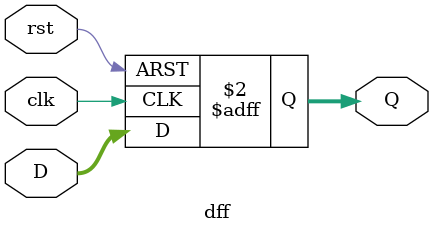
<source format=v>
`timescale 1ns / 1ps
module dff( D, clk, rst, Q );
input rst, clk;
input [19:0] D;
output [19:0] Q;
reg Q;
always @(posedge clk, posedge rst)
	if (rst)
		Q <= 20'b0;
	else
		Q <= D;


endmodule

</source>
